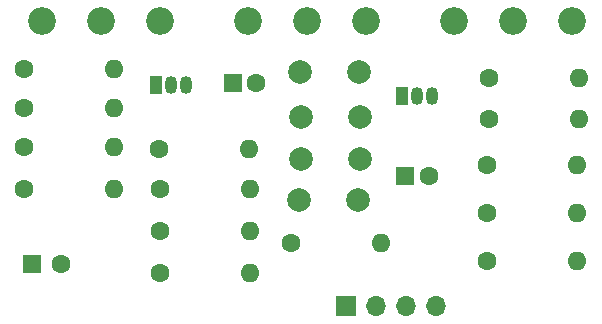
<source format=gbr>
%TF.GenerationSoftware,KiCad,Pcbnew,7.0.11+dfsg-1build4*%
%TF.CreationDate,2025-12-07T17:12:29-05:00*%
%TF.ProjectId,whitefuzz,77686974-6566-4757-9a7a-2e6b69636164,rev?*%
%TF.SameCoordinates,Original*%
%TF.FileFunction,Soldermask,Top*%
%TF.FilePolarity,Negative*%
%FSLAX46Y46*%
G04 Gerber Fmt 4.6, Leading zero omitted, Abs format (unit mm)*
G04 Created by KiCad (PCBNEW 7.0.11+dfsg-1build4) date 2025-12-07 17:12:29*
%MOMM*%
%LPD*%
G01*
G04 APERTURE LIST*
%ADD10C,1.600000*%
%ADD11O,1.600000X1.600000*%
%ADD12C,2.340000*%
%ADD13C,2.000000*%
%ADD14R,1.700000X1.700000*%
%ADD15O,1.700000X1.700000*%
%ADD16R,1.600000X1.600000*%
%ADD17R,1.050000X1.500000*%
%ADD18O,1.050000X1.500000*%
G04 APERTURE END LIST*
D10*
%TO.C,R10*%
X113792000Y-124333000D03*
D11*
X121412000Y-124333000D03*
%TD*%
D10*
%TO.C,R9*%
X113792000Y-120777000D03*
D11*
X121412000Y-120777000D03*
%TD*%
D12*
%TO.C,RV1*%
X148684000Y-102971600D03*
X143684000Y-102971600D03*
X138684000Y-102971600D03*
%TD*%
D10*
%TO.C,R13*%
X141605000Y-111252000D03*
D11*
X149225000Y-111252000D03*
%TD*%
D13*
%TO.C,C1*%
X125643000Y-107315000D03*
X130643000Y-107315000D03*
%TD*%
D10*
%TO.C,R12*%
X102235000Y-117221000D03*
D11*
X109855000Y-117221000D03*
%TD*%
D14*
%TO.C,J1*%
X129540000Y-127127000D03*
D15*
X132080000Y-127127000D03*
X134620000Y-127127000D03*
X137160000Y-127127000D03*
%TD*%
D13*
%TO.C,C2*%
X125683000Y-111125000D03*
X130683000Y-111125000D03*
%TD*%
%TO.C,C6*%
X125516000Y-118110000D03*
X130516000Y-118110000D03*
%TD*%
D16*
%TO.C,C4*%
X102910000Y-123571000D03*
D10*
X105410000Y-123571000D03*
%TD*%
%TO.C,R8*%
X113792000Y-117221000D03*
D11*
X121412000Y-117221000D03*
%TD*%
D10*
%TO.C,R6*%
X141605000Y-107823000D03*
D11*
X149225000Y-107823000D03*
%TD*%
D10*
%TO.C,R14*%
X141478000Y-115189000D03*
D11*
X149098000Y-115189000D03*
%TD*%
D12*
%TO.C,RV3*%
X131208800Y-102971600D03*
X126208800Y-102971600D03*
X121208800Y-102971600D03*
%TD*%
D10*
%TO.C,R7*%
X113665000Y-113792000D03*
D11*
X121285000Y-113792000D03*
%TD*%
D10*
%TO.C,R4*%
X102235000Y-110363000D03*
D11*
X109855000Y-110363000D03*
%TD*%
D17*
%TO.C,Q3*%
X134239000Y-109326000D03*
D18*
X135509000Y-109326000D03*
X136779000Y-109326000D03*
%TD*%
D16*
%TO.C,C7*%
X119920000Y-108204000D03*
D10*
X121920000Y-108204000D03*
%TD*%
%TO.C,R16*%
X141478000Y-123289000D03*
D11*
X149098000Y-123289000D03*
%TD*%
D10*
%TO.C,R3*%
X102235000Y-107061000D03*
D11*
X109855000Y-107061000D03*
%TD*%
D10*
%TO.C,R5*%
X102235000Y-113665000D03*
D11*
X109855000Y-113665000D03*
%TD*%
D10*
%TO.C,R11*%
X124841000Y-121793000D03*
D11*
X132461000Y-121793000D03*
%TD*%
D13*
%TO.C,C5*%
X125683000Y-114681000D03*
X130683000Y-114681000D03*
%TD*%
D10*
%TO.C,R15*%
X141478000Y-119239000D03*
D11*
X149098000Y-119239000D03*
%TD*%
D16*
%TO.C,C3*%
X134525000Y-116078000D03*
D10*
X136525000Y-116078000D03*
%TD*%
D17*
%TO.C,Q2*%
X113411000Y-108437000D03*
D18*
X114681000Y-108437000D03*
X115951000Y-108437000D03*
%TD*%
D12*
%TO.C,RV2*%
X113792000Y-102971600D03*
X108792000Y-102971600D03*
X103792000Y-102971600D03*
%TD*%
M02*

</source>
